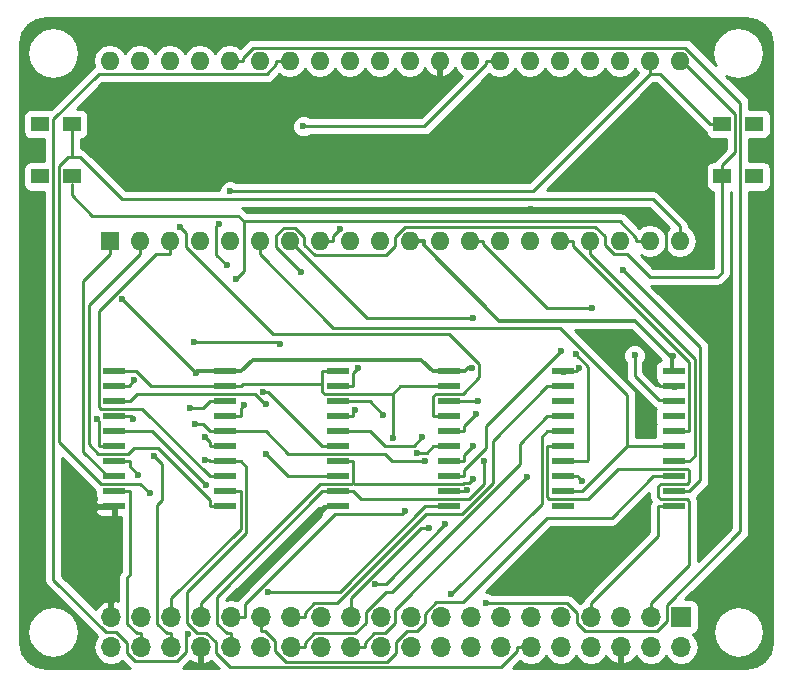
<source format=gbr>
G04 #@! TF.FileFunction,Copper,L1,Top,Signal*
%FSLAX46Y46*%
G04 Gerber Fmt 4.6, Leading zero omitted, Abs format (unit mm)*
G04 Created by KiCad (PCBNEW 4.0.7) date 03/01/18 16:16:53*
%MOMM*%
%LPD*%
G01*
G04 APERTURE LIST*
%ADD10C,0.100000*%
%ADD11R,1.600000X1.600000*%
%ADD12O,1.600000X1.600000*%
%ADD13R,1.700000X1.700000*%
%ADD14O,1.700000X1.700000*%
%ADD15R,1.950000X0.600000*%
%ADD16R,1.500000X1.300000*%
%ADD17C,0.600000*%
%ADD18C,0.350000*%
%ADD19C,0.250000*%
%ADD20C,0.254000*%
G04 APERTURE END LIST*
D10*
D11*
X101092000Y-81026000D03*
D12*
X149352000Y-65786000D03*
X103632000Y-81026000D03*
X146812000Y-65786000D03*
X106172000Y-81026000D03*
X144272000Y-65786000D03*
X108712000Y-81026000D03*
X141732000Y-65786000D03*
X111252000Y-81026000D03*
X139192000Y-65786000D03*
X113792000Y-81026000D03*
X136652000Y-65786000D03*
X116332000Y-81026000D03*
X134112000Y-65786000D03*
X118872000Y-81026000D03*
X131572000Y-65786000D03*
X121412000Y-81026000D03*
X129032000Y-65786000D03*
X123952000Y-81026000D03*
X126492000Y-65786000D03*
X126492000Y-81026000D03*
X123952000Y-65786000D03*
X129032000Y-81026000D03*
X121412000Y-65786000D03*
X131572000Y-81026000D03*
X118872000Y-65786000D03*
X134112000Y-81026000D03*
X116332000Y-65786000D03*
X136652000Y-81026000D03*
X113792000Y-65786000D03*
X139192000Y-81026000D03*
X111252000Y-65786000D03*
X141732000Y-81026000D03*
X108712000Y-65786000D03*
X144272000Y-81026000D03*
X106172000Y-65786000D03*
X146812000Y-81026000D03*
X103632000Y-65786000D03*
X149352000Y-81026000D03*
X101092000Y-65786000D03*
D13*
X149454000Y-112878000D03*
D14*
X149454000Y-115418000D03*
X146914000Y-112878000D03*
X146914000Y-115418000D03*
X144374000Y-112878000D03*
X144374000Y-115418000D03*
X141834000Y-112878000D03*
X141834000Y-115418000D03*
X139294000Y-112878000D03*
X139294000Y-115418000D03*
X136754000Y-112878000D03*
X136754000Y-115418000D03*
X134214000Y-112878000D03*
X134214000Y-115418000D03*
X131674000Y-112878000D03*
X131674000Y-115418000D03*
X129134000Y-112878000D03*
X129134000Y-115418000D03*
X126594000Y-112878000D03*
X126594000Y-115418000D03*
X124054000Y-112878000D03*
X124054000Y-115418000D03*
X121514000Y-112878000D03*
X121514000Y-115418000D03*
X118974000Y-112878000D03*
X118974000Y-115418000D03*
X116434000Y-112878000D03*
X116434000Y-115418000D03*
X113894000Y-112878000D03*
X113894000Y-115418000D03*
X111354000Y-112878000D03*
X111354000Y-115418000D03*
X108814000Y-112878000D03*
X108814000Y-115418000D03*
X106274000Y-112878000D03*
X106274000Y-115418000D03*
X103734000Y-112878000D03*
X103734000Y-115418000D03*
X101194000Y-112878000D03*
X101194000Y-115418000D03*
D15*
X139445000Y-92075000D03*
X139445000Y-93345000D03*
X139445000Y-94615000D03*
X139445000Y-95885000D03*
X139445000Y-97155000D03*
X139445000Y-98425000D03*
X139445000Y-99695000D03*
X139445000Y-100965000D03*
X139445000Y-102235000D03*
X139445000Y-103505000D03*
X148845000Y-103505000D03*
X148845000Y-102235000D03*
X148845000Y-100965000D03*
X148845000Y-99695000D03*
X148845000Y-98425000D03*
X148845000Y-97155000D03*
X148845000Y-95885000D03*
X148845000Y-94615000D03*
X148845000Y-93345000D03*
X148845000Y-92075000D03*
X101472000Y-92075000D03*
X101472000Y-93345000D03*
X101472000Y-94615000D03*
X101472000Y-95885000D03*
X101472000Y-97155000D03*
X101472000Y-98425000D03*
X101472000Y-99695000D03*
X101472000Y-100965000D03*
X101472000Y-102235000D03*
X101472000Y-103505000D03*
X110872000Y-103505000D03*
X110872000Y-102235000D03*
X110872000Y-100965000D03*
X110872000Y-99695000D03*
X110872000Y-98425000D03*
X110872000Y-97155000D03*
X110872000Y-95885000D03*
X110872000Y-94615000D03*
X110872000Y-93345000D03*
X110872000Y-92075000D03*
X120395000Y-92075000D03*
X120395000Y-93345000D03*
X120395000Y-94615000D03*
X120395000Y-95885000D03*
X120395000Y-97155000D03*
X120395000Y-98425000D03*
X120395000Y-99695000D03*
X120395000Y-100965000D03*
X120395000Y-102235000D03*
X120395000Y-103505000D03*
X129795000Y-103505000D03*
X129795000Y-102235000D03*
X129795000Y-100965000D03*
X129795000Y-99695000D03*
X129795000Y-98425000D03*
X129795000Y-97155000D03*
X129795000Y-95885000D03*
X129795000Y-94615000D03*
X129795000Y-93345000D03*
X129795000Y-92075000D03*
D16*
X97870000Y-75565000D03*
X95170000Y-75565000D03*
X97870000Y-71120000D03*
X95170000Y-71120000D03*
X152955000Y-75565000D03*
X155655000Y-75565000D03*
X152955000Y-71120000D03*
X155655000Y-71120000D03*
D17*
X108396300Y-92186800D03*
X102090800Y-85953700D03*
X131740300Y-91776900D03*
X148818200Y-90797300D03*
X141076200Y-101318000D03*
X152781000Y-91186000D03*
X151765000Y-85725000D03*
X151892000Y-82804000D03*
X136779000Y-78359000D03*
X141224000Y-88900000D03*
X140843000Y-91821000D03*
X139445000Y-103505000D03*
X139954000Y-105410000D03*
X139446000Y-108204000D03*
X118872000Y-104140000D03*
X115570000Y-107188000D03*
X146812000Y-92456000D03*
X127540200Y-97655300D03*
X124244500Y-95763800D03*
X123582000Y-110042800D03*
X129463500Y-105024500D03*
X127782200Y-99640900D03*
X108306000Y-96528900D03*
X109134400Y-99597400D03*
X109224600Y-101678200D03*
X114348400Y-94841400D03*
X125030300Y-97744700D03*
X131829000Y-98391300D03*
X132133500Y-95644200D03*
X108264800Y-89624300D03*
X115539900Y-89752800D03*
X128137800Y-105326300D03*
X131339100Y-102106700D03*
X132287000Y-94583900D03*
X136420700Y-101049200D03*
X132758600Y-99681900D03*
X131879100Y-101140500D03*
X107917800Y-95162800D03*
X104871100Y-99205400D03*
X103480300Y-100813700D03*
X109119000Y-97634700D03*
X145520300Y-90714000D03*
X112426100Y-94939000D03*
X144517700Y-83472200D03*
X140524800Y-90627600D03*
X131858400Y-87565600D03*
X117491200Y-71329000D03*
X120552200Y-80016600D03*
X122131900Y-91802400D03*
X121896100Y-95302600D03*
X114050700Y-93783800D03*
X141881500Y-86678100D03*
X114290200Y-99060000D03*
X110997200Y-83050800D03*
X110339600Y-79568900D03*
X114502700Y-110745300D03*
X107690400Y-114345900D03*
X139278900Y-90361100D03*
X127106700Y-99008500D03*
X132944000Y-111689500D03*
X107045500Y-79813900D03*
X103168400Y-92837500D03*
X103088400Y-96114000D03*
X99972100Y-96109800D03*
X111749300Y-84244100D03*
X104491700Y-102401900D03*
X117263800Y-83629700D03*
X111279700Y-76787200D03*
X95170000Y-75565000D03*
X95170000Y-71120000D03*
X155655000Y-75565000D03*
X155655000Y-71120000D03*
X129995900Y-110957200D03*
X126077500Y-103849400D03*
D18*
X108508100Y-92075000D02*
X108396300Y-92186800D01*
X110872000Y-92075000D02*
X108508100Y-92075000D01*
X102163200Y-85953700D02*
X102090800Y-85953700D01*
X108396300Y-92186800D02*
X102163200Y-85953700D01*
X126492000Y-81026000D02*
X127667300Y-81026000D01*
X110872000Y-92075000D02*
X112222300Y-92075000D01*
X127440900Y-91071200D02*
X128444700Y-92075000D01*
X113226100Y-91071200D02*
X127440900Y-91071200D01*
X112222300Y-92075000D02*
X113226100Y-91071200D01*
X129457500Y-92075000D02*
X128444700Y-92075000D01*
X129795000Y-92075000D02*
X129457500Y-92075000D01*
X127667300Y-81377700D02*
X127667300Y-81026000D01*
X134079800Y-87790200D02*
X127667300Y-81377700D01*
X145591100Y-87790200D02*
X134079800Y-87790200D01*
X129795000Y-92075000D02*
X131145300Y-92075000D01*
X131443400Y-91776900D02*
X131740300Y-91776900D01*
X131145300Y-92075000D02*
X131443400Y-91776900D01*
X148708200Y-90907300D02*
X145591100Y-87790200D01*
X148708200Y-90907300D02*
X148818200Y-90797300D01*
X148708200Y-91938200D02*
X148845000Y-92075000D01*
X148708200Y-90907300D02*
X148708200Y-91938200D01*
D19*
X150145400Y-108471300D02*
X146914000Y-111702700D01*
X150145400Y-103062100D02*
X150145400Y-108471300D01*
X146914000Y-112878000D02*
X146914000Y-111702700D01*
X149954700Y-101590400D02*
X147735200Y-101590400D01*
X150145400Y-101399700D02*
X149954700Y-101590400D01*
X150145400Y-100467800D02*
X150145400Y-101399700D01*
X147735200Y-101590400D02*
X147544700Y-101780900D01*
X147544700Y-101780900D02*
X147544700Y-102669800D01*
X149943600Y-102860300D02*
X150145400Y-103062100D01*
X147735200Y-102860300D02*
X149943600Y-102860300D01*
X147544700Y-102669800D02*
X147735200Y-102860300D01*
X141564900Y-102860300D02*
X144085600Y-100339600D01*
X138309800Y-102860300D02*
X141564900Y-102860300D01*
X138144700Y-102695200D02*
X138309800Y-102860300D01*
X138144700Y-98425000D02*
X138144700Y-102695200D01*
X139445000Y-98425000D02*
X138144700Y-98425000D01*
X150017200Y-100339600D02*
X150145400Y-100467800D01*
X144085600Y-100339600D02*
X150017200Y-100339600D01*
X140745300Y-100987100D02*
X141076200Y-101318000D01*
X140745300Y-100965000D02*
X140745300Y-100987100D01*
X139445000Y-100965000D02*
X140745300Y-100965000D01*
X152781000Y-86741000D02*
X152781000Y-91186000D01*
X151765000Y-85725000D02*
X152781000Y-86741000D01*
X151511000Y-83185000D02*
X151892000Y-82804000D01*
X148717000Y-83185000D02*
X151511000Y-83185000D01*
X148209000Y-82677000D02*
X148717000Y-83185000D01*
X148209000Y-80010000D02*
X148209000Y-82677000D01*
X146685000Y-78486000D02*
X148209000Y-80010000D01*
X136906000Y-78486000D02*
X146685000Y-78486000D01*
X136779000Y-78359000D02*
X136906000Y-78486000D01*
X139445000Y-92075000D02*
X140589000Y-92075000D01*
X140589000Y-92075000D02*
X140843000Y-91821000D01*
X139954000Y-107696000D02*
X139954000Y-105410000D01*
X139446000Y-108204000D02*
X139954000Y-107696000D01*
X120395000Y-103505000D02*
X119507000Y-103505000D01*
X119507000Y-103505000D02*
X118872000Y-104140000D01*
X120395000Y-103505000D02*
X119253000Y-103505000D01*
X119253000Y-103505000D02*
X115570000Y-107188000D01*
X148845000Y-93345000D02*
X147701000Y-93345000D01*
X147701000Y-93345000D02*
X146812000Y-92456000D01*
X147544700Y-105992000D02*
X141834000Y-111702700D01*
X147544700Y-103505000D02*
X147544700Y-105992000D01*
X148845000Y-103505000D02*
X147544700Y-103505000D01*
X141834000Y-112878000D02*
X141834000Y-111702700D01*
X126819700Y-98375800D02*
X127540200Y-97655300D01*
X124384700Y-98375800D02*
X126819700Y-98375800D01*
X123163900Y-97155000D02*
X124384700Y-98375800D01*
X120395000Y-97155000D02*
X123163900Y-97155000D01*
X123095700Y-94615000D02*
X124244500Y-95763800D01*
X120395000Y-94615000D02*
X123095700Y-94615000D01*
X124445200Y-110042800D02*
X129463500Y-105024500D01*
X123582000Y-110042800D02*
X124445200Y-110042800D01*
X110872000Y-97155000D02*
X112172300Y-97155000D01*
X108945600Y-96528900D02*
X109571700Y-97155000D01*
X108306000Y-96528900D02*
X108945600Y-96528900D01*
X110872000Y-97155000D02*
X109571700Y-97155000D01*
X124975200Y-99640900D02*
X127782200Y-99640900D01*
X124384700Y-99050400D02*
X124975200Y-99640900D01*
X116199700Y-99050400D02*
X124384700Y-99050400D01*
X114304300Y-97155000D02*
X116199700Y-99050400D01*
X112172300Y-97155000D02*
X114304300Y-97155000D01*
X135578700Y-115785300D02*
X135578700Y-115418000D01*
X134251200Y-117112800D02*
X135578700Y-115785300D01*
X111298800Y-117112800D02*
X134251200Y-117112800D01*
X110084000Y-115898000D02*
X111298800Y-117112800D01*
X110084000Y-115003800D02*
X110084000Y-115898000D01*
X109261600Y-114181400D02*
X110084000Y-115003800D01*
X108453200Y-114181400D02*
X109261600Y-114181400D01*
X107638600Y-113366800D02*
X108453200Y-114181400D01*
X107638600Y-110757000D02*
X107638600Y-113366800D01*
X112633800Y-105761800D02*
X107638600Y-110757000D01*
X112633800Y-100156500D02*
X112633800Y-105761800D01*
X112172300Y-99695000D02*
X112633800Y-100156500D01*
X136754000Y-115418000D02*
X135578700Y-115418000D01*
X110872000Y-99695000D02*
X112172300Y-99695000D01*
X109474100Y-99597400D02*
X109571700Y-99695000D01*
X109134400Y-99597400D02*
X109474100Y-99597400D01*
X110872000Y-99695000D02*
X109571700Y-99695000D01*
X104701400Y-97155000D02*
X102772300Y-97155000D01*
X109224600Y-101678200D02*
X104701400Y-97155000D01*
X101472000Y-97155000D02*
X102772300Y-97155000D01*
X101472000Y-94615000D02*
X102772300Y-94615000D01*
X114224000Y-94841400D02*
X114348400Y-94841400D01*
X113362600Y-93980000D02*
X114224000Y-94841400D01*
X103407300Y-93980000D02*
X113362600Y-93980000D01*
X102772300Y-94615000D02*
X103407300Y-93980000D01*
X110872000Y-93345000D02*
X109571700Y-93345000D01*
X101472000Y-92075000D02*
X102772300Y-92075000D01*
X103290300Y-92075000D02*
X102772300Y-92075000D01*
X104560300Y-93345000D02*
X103290300Y-92075000D01*
X109571700Y-93345000D02*
X104560300Y-93345000D01*
X129795000Y-93345000D02*
X128494700Y-93345000D01*
X120395000Y-92075000D02*
X119094700Y-92075000D01*
X119094700Y-93158400D02*
X119094700Y-92075000D01*
X112358900Y-93158400D02*
X112172300Y-93345000D01*
X119094700Y-93158400D02*
X112358900Y-93158400D01*
X110872000Y-93345000D02*
X112172300Y-93345000D01*
X125030300Y-93989600D02*
X125030300Y-97744700D01*
X125674900Y-93345000D02*
X125030300Y-93989600D01*
X128494700Y-93345000D02*
X125674900Y-93345000D01*
X119094700Y-93793200D02*
X119094700Y-93158400D01*
X119291100Y-93989600D02*
X119094700Y-93793200D01*
X125030300Y-93989600D02*
X119291100Y-93989600D01*
X131095300Y-99125000D02*
X131829000Y-98391300D01*
X131095300Y-99695000D02*
X131095300Y-99125000D01*
X129795000Y-99695000D02*
X131095300Y-99695000D01*
X131095300Y-96682400D02*
X132133500Y-95644200D01*
X131095300Y-97155000D02*
X131095300Y-96682400D01*
X129795000Y-97155000D02*
X131095300Y-97155000D01*
X115411400Y-89624300D02*
X115539900Y-89752800D01*
X108264800Y-89624300D02*
X115411400Y-89624300D01*
X121514000Y-112878000D02*
X121514000Y-111702700D01*
X121514000Y-111226500D02*
X121514000Y-111702700D01*
X127414200Y-105326300D02*
X121514000Y-111226500D01*
X128137800Y-105326300D02*
X127414200Y-105326300D01*
X131223600Y-102106700D02*
X131339100Y-102106700D01*
X131095300Y-102235000D02*
X131223600Y-102106700D01*
X129795000Y-102235000D02*
X131095300Y-102235000D01*
X132255900Y-94615000D02*
X132287000Y-94583900D01*
X129795000Y-94615000D02*
X132255900Y-94615000D01*
X121514000Y-115418000D02*
X122689300Y-115418000D01*
X125229400Y-112240500D02*
X136420700Y-101049200D01*
X125229400Y-113367400D02*
X125229400Y-112240500D01*
X124354100Y-114242700D02*
X125229400Y-113367400D01*
X123497200Y-114242700D02*
X124354100Y-114242700D01*
X122689300Y-115050600D02*
X123497200Y-114242700D01*
X122689300Y-115418000D02*
X122689300Y-115050600D01*
X117609300Y-112510600D02*
X117609300Y-112878000D01*
X118417200Y-111702700D02*
X117609300Y-112510600D01*
X120331400Y-111702700D02*
X118417200Y-111702700D01*
X127868000Y-104166100D02*
X120331400Y-111702700D01*
X130912200Y-104166100D02*
X127868000Y-104166100D01*
X133547900Y-101530400D02*
X130912200Y-104166100D01*
X133547900Y-97941800D02*
X133547900Y-101530400D01*
X138144700Y-93345000D02*
X133547900Y-97941800D01*
X139445000Y-93345000D02*
X138144700Y-93345000D01*
X116434000Y-112878000D02*
X117609300Y-112878000D01*
X117609300Y-115050600D02*
X117609300Y-115418000D01*
X118417200Y-114242700D02*
X117609300Y-115050600D01*
X121863300Y-114242700D02*
X118417200Y-114242700D01*
X122750600Y-113355400D02*
X121863300Y-114242700D01*
X122750600Y-112458000D02*
X122750600Y-113355400D01*
X124462400Y-110746200D02*
X122750600Y-112458000D01*
X124992800Y-110746200D02*
X124462400Y-110746200D01*
X135795300Y-99943700D02*
X124992800Y-110746200D01*
X135795300Y-98234400D02*
X135795300Y-99943700D01*
X138144700Y-95885000D02*
X135795300Y-98234400D01*
X139445000Y-95885000D02*
X138144700Y-95885000D01*
X116434000Y-115418000D02*
X117609300Y-115418000D01*
X114261400Y-114053300D02*
X113894000Y-114053300D01*
X115069300Y-114861200D02*
X114261400Y-114053300D01*
X115069300Y-115741400D02*
X115069300Y-114861200D01*
X115990300Y-116662400D02*
X115069300Y-115741400D01*
X124568300Y-116662400D02*
X115990300Y-116662400D01*
X125324000Y-115906700D02*
X124568300Y-116662400D01*
X125324000Y-115023700D02*
X125324000Y-115906700D01*
X126294300Y-114053400D02*
X125324000Y-115023700D01*
X127083400Y-114053400D02*
X126294300Y-114053400D01*
X127769400Y-113367400D02*
X127083400Y-114053400D01*
X127769400Y-112573900D02*
X127769400Y-113367400D01*
X128742000Y-111601300D02*
X127769400Y-112573900D01*
X130987700Y-111601300D02*
X128742000Y-111601300D01*
X138140000Y-104449000D02*
X130987700Y-111601300D01*
X143601300Y-104449000D02*
X138140000Y-104449000D01*
X147085300Y-100965000D02*
X143601300Y-104449000D01*
X113894000Y-112878000D02*
X113894000Y-114053300D01*
X148845000Y-100965000D02*
X147085300Y-100965000D01*
X110986600Y-114242700D02*
X111354000Y-114242700D01*
X110178700Y-113434800D02*
X110986600Y-114242700D01*
X110178700Y-111151000D02*
X110178700Y-113434800D01*
X119094700Y-102235000D02*
X110178700Y-111151000D01*
X111354000Y-115418000D02*
X111354000Y-114242700D01*
X119744900Y-102235000D02*
X119094700Y-102235000D01*
X119744900Y-102235000D02*
X120395000Y-102235000D01*
X120395000Y-102235000D02*
X121695300Y-102235000D01*
X132758600Y-101571600D02*
X132758600Y-99681900D01*
X131469800Y-102860400D02*
X132758600Y-101571600D01*
X122320700Y-102860400D02*
X131469800Y-102860400D01*
X121695300Y-102235000D02*
X122320700Y-102860400D01*
X120395000Y-99695000D02*
X121695300Y-99695000D01*
X108814000Y-112878000D02*
X108814000Y-111702700D01*
X121695300Y-99695000D02*
X121695300Y-101474800D01*
X118926300Y-101590400D02*
X108814000Y-111702700D01*
X121579700Y-101590400D02*
X118926300Y-101590400D01*
X121695300Y-101474800D02*
X121579700Y-101590400D01*
X121810900Y-101590400D02*
X121695300Y-101474800D01*
X130971100Y-101590400D02*
X121810900Y-101590400D01*
X131080100Y-101481400D02*
X130971100Y-101590400D01*
X131538200Y-101481400D02*
X131080100Y-101481400D01*
X131879100Y-101140500D02*
X131538200Y-101481400D01*
X112172300Y-105396600D02*
X112172300Y-102235000D01*
X106274000Y-111294900D02*
X112172300Y-105396600D01*
X106274000Y-112878000D02*
X106274000Y-111294900D01*
X110872000Y-102235000D02*
X112172300Y-102235000D01*
X110872000Y-94615000D02*
X109571700Y-94615000D01*
X106274000Y-115418000D02*
X106274000Y-114242700D01*
X105535600Y-99869900D02*
X104871100Y-99205400D01*
X105535600Y-102963900D02*
X105535600Y-99869900D01*
X105098700Y-103400800D02*
X105535600Y-102963900D01*
X105098700Y-113434800D02*
X105098700Y-103400800D01*
X105906600Y-114242700D02*
X105098700Y-113434800D01*
X106274000Y-114242700D02*
X105906600Y-114242700D01*
X109023900Y-95162800D02*
X107917800Y-95162800D01*
X109571700Y-94615000D02*
X109023900Y-95162800D01*
X102772300Y-109285400D02*
X102772300Y-102235000D01*
X102547800Y-109509900D02*
X102772300Y-109285400D01*
X102547800Y-113423800D02*
X102547800Y-109509900D01*
X103366700Y-114242700D02*
X102547800Y-113423800D01*
X103734000Y-114242700D02*
X103366700Y-114242700D01*
X103734000Y-115418000D02*
X103734000Y-114242700D01*
X101472000Y-102235000D02*
X102772300Y-102235000D01*
X102772300Y-100105700D02*
X102772300Y-99695000D01*
X103480300Y-100813700D02*
X102772300Y-100105700D01*
X101472000Y-99695000D02*
X102772300Y-99695000D01*
X98851700Y-84391600D02*
X101092000Y-82151300D01*
X98851700Y-98860100D02*
X98851700Y-84391600D01*
X100956600Y-100965000D02*
X98851700Y-98860100D01*
X101472000Y-100965000D02*
X100956600Y-100965000D01*
X101092000Y-81026000D02*
X101092000Y-82151300D01*
X110872000Y-103505000D02*
X109571700Y-103505000D01*
X103632000Y-81026000D02*
X103632000Y-82151300D01*
X99313700Y-86469600D02*
X103632000Y-82151300D01*
X99313700Y-98235500D02*
X99313700Y-86469600D01*
X100128600Y-99050400D02*
X99313700Y-98235500D01*
X102654000Y-99050400D02*
X100128600Y-99050400D01*
X103126400Y-98578000D02*
X102654000Y-99050400D01*
X105156800Y-98578000D02*
X103126400Y-98578000D01*
X109571700Y-102992900D02*
X105156800Y-98578000D01*
X109571700Y-103505000D02*
X109571700Y-102992900D01*
X110872000Y-100965000D02*
X109571700Y-100965000D01*
X106172000Y-81026000D02*
X106172000Y-82151300D01*
X103854700Y-95248000D02*
X109571700Y-100965000D01*
X100332200Y-95248000D02*
X103854700Y-95248000D01*
X100167600Y-95083400D02*
X100332200Y-95248000D01*
X100167600Y-86992600D02*
X100167600Y-95083400D01*
X105008900Y-82151300D02*
X100167600Y-86992600D01*
X106172000Y-82151300D02*
X105008900Y-82151300D01*
X109571700Y-98087400D02*
X109119000Y-97634700D01*
X109571700Y-98425000D02*
X109571700Y-98087400D01*
X110872000Y-98425000D02*
X109571700Y-98425000D01*
X147320000Y-94234000D02*
X147574000Y-94488000D01*
X145520300Y-92434300D02*
X147320000Y-94234000D01*
X147574000Y-94488000D02*
X148718000Y-94488000D01*
X148718000Y-94488000D02*
X148845000Y-94615000D01*
X145520300Y-90714000D02*
X145520300Y-92434300D01*
X110872000Y-95885000D02*
X112172300Y-95885000D01*
X112172300Y-95192800D02*
X112426100Y-94939000D01*
X112172300Y-95885000D02*
X112172300Y-95192800D01*
X151081800Y-101298500D02*
X151081800Y-90036300D01*
X150145300Y-102235000D02*
X151081800Y-101298500D01*
X148845000Y-102235000D02*
X150145300Y-102235000D01*
X151081800Y-90036300D02*
X144517700Y-83472200D01*
X113792000Y-81026000D02*
X113792000Y-82151300D01*
X120029700Y-88389000D02*
X113792000Y-82151300D01*
X139211200Y-88389000D02*
X120029700Y-88389000D01*
X144906800Y-94084600D02*
X139211200Y-88389000D01*
X144906800Y-98425000D02*
X144906800Y-94084600D01*
X141096800Y-102235000D02*
X144906800Y-98425000D01*
X139445000Y-102235000D02*
X141096800Y-102235000D01*
X144906800Y-98425000D02*
X147544700Y-98425000D01*
X148845000Y-98425000D02*
X147544700Y-98425000D01*
X139445000Y-99695000D02*
X141478000Y-99695000D01*
X141478000Y-99695000D02*
X141605000Y-99568000D01*
X141605000Y-99568000D02*
X141605000Y-99441000D01*
X140524800Y-90627600D02*
X140538600Y-90627600D01*
X141605000Y-91694000D02*
X141605000Y-99441000D01*
X141605000Y-99441000D02*
X141605000Y-99568000D01*
X140538600Y-90627600D02*
X141605000Y-91694000D01*
X140745300Y-90848100D02*
X140524800Y-90627600D01*
X122871600Y-87565600D02*
X116332000Y-81026000D01*
X131858400Y-87565600D02*
X122871600Y-87565600D01*
X132986700Y-66067300D02*
X132986700Y-65786000D01*
X127725000Y-71329000D02*
X132986700Y-66067300D01*
X117491200Y-71329000D02*
X127725000Y-71329000D01*
X134112000Y-65786000D02*
X132986700Y-65786000D01*
X119997300Y-80571500D02*
X119997300Y-81026000D01*
X120552200Y-80016600D02*
X119997300Y-80571500D01*
X118872000Y-81026000D02*
X119997300Y-81026000D01*
X121695300Y-92239000D02*
X122131900Y-91802400D01*
X121695300Y-93345000D02*
X121695300Y-92239000D01*
X120395000Y-93345000D02*
X121695300Y-93345000D01*
X121695300Y-95503400D02*
X121896100Y-95302600D01*
X121695300Y-95885000D02*
X121695300Y-95503400D01*
X120395000Y-95885000D02*
X121695300Y-95885000D01*
X114453500Y-93783800D02*
X119094700Y-98425000D01*
X114050700Y-93783800D02*
X114453500Y-93783800D01*
X120395000Y-98425000D02*
X119094700Y-98425000D01*
X132697300Y-81307300D02*
X132697300Y-81026000D01*
X138068100Y-86678100D02*
X132697300Y-81307300D01*
X141881500Y-86678100D02*
X138068100Y-86678100D01*
X131572000Y-81026000D02*
X132697300Y-81026000D01*
X116195200Y-100965000D02*
X114290200Y-99060000D01*
X120395000Y-100965000D02*
X116195200Y-100965000D01*
X110126600Y-79781900D02*
X110339600Y-79568900D01*
X110126600Y-82180200D02*
X110126600Y-79781900D01*
X110997200Y-83050800D02*
X110126600Y-82180200D01*
X115206700Y-66067400D02*
X115206700Y-65786000D01*
X114362800Y-66911300D02*
X115206700Y-66067400D01*
X100148500Y-66911300D02*
X114362800Y-66911300D01*
X96325000Y-70734800D02*
X100148500Y-66911300D01*
X96325000Y-109737300D02*
X96325000Y-70734800D01*
X100735700Y-114148000D02*
X96325000Y-109737300D01*
X101588200Y-114148000D02*
X100735700Y-114148000D01*
X102541300Y-115101100D02*
X101588200Y-114148000D01*
X102541300Y-115897700D02*
X102541300Y-115101100D01*
X103268300Y-116624700D02*
X102541300Y-115897700D01*
X106765900Y-116624700D02*
X103268300Y-116624700D01*
X107544000Y-115846600D02*
X106765900Y-116624700D01*
X107544000Y-114492300D02*
X107544000Y-115846600D01*
X107690400Y-114345900D02*
X107544000Y-114492300D01*
X116332000Y-65786000D02*
X115206700Y-65786000D01*
X120560700Y-110745300D02*
X114502700Y-110745300D01*
X127801000Y-103505000D02*
X120560700Y-110745300D01*
X129795000Y-103505000D02*
X127801000Y-103505000D01*
X132912400Y-96727600D02*
X139278900Y-90361100D01*
X132912400Y-98563300D02*
X132912400Y-96727600D01*
X131095300Y-100380400D02*
X132912400Y-98563300D01*
X131095300Y-100965000D02*
X131095300Y-100380400D01*
X129795000Y-100965000D02*
X131095300Y-100965000D01*
X148845000Y-97155000D02*
X150145300Y-97155000D01*
X150145300Y-97155000D02*
X150145300Y-91240000D01*
X150145300Y-91240000D02*
X140317300Y-81412000D01*
X139192000Y-81026000D02*
X140317300Y-81026000D01*
X140317300Y-81412000D02*
X140317300Y-81026000D01*
X127911200Y-99008500D02*
X127106700Y-99008500D01*
X128494700Y-98425000D02*
X127911200Y-99008500D01*
X111252000Y-65786000D02*
X112377300Y-65786000D01*
X129795000Y-98425000D02*
X128494700Y-98425000D01*
X139816800Y-111689500D02*
X132944000Y-111689500D01*
X140658600Y-112531300D02*
X139816800Y-111689500D01*
X140658600Y-113411900D02*
X140658600Y-112531300D01*
X141302700Y-114056000D02*
X140658600Y-113411900D01*
X147400800Y-114056000D02*
X141302700Y-114056000D01*
X148278600Y-113178200D02*
X147400800Y-114056000D01*
X148278600Y-111827900D02*
X148278600Y-113178200D01*
X154480800Y-105625700D02*
X148278600Y-111827900D01*
X154480800Y-69316200D02*
X154480800Y-105625700D01*
X149825300Y-64660700D02*
X154480800Y-69316200D01*
X113221200Y-64660700D02*
X149825300Y-64660700D01*
X112377300Y-65504600D02*
X113221200Y-64660700D01*
X112377300Y-65786000D02*
X112377300Y-65504600D01*
X148845000Y-99695000D02*
X150145300Y-99695000D01*
X150145300Y-99695000D02*
X150631400Y-99208900D01*
X150631400Y-91050700D02*
X141732000Y-82151300D01*
X150631400Y-99208900D02*
X150631400Y-91050700D01*
X141732000Y-81026000D02*
X141732000Y-82151300D01*
X107586600Y-80355000D02*
X107045500Y-79813900D01*
X107586600Y-81526700D02*
X107586600Y-80355000D01*
X114953700Y-88893800D02*
X107586600Y-81526700D01*
X129788200Y-88893800D02*
X114953700Y-88893800D01*
X132365700Y-91471300D02*
X129788200Y-88893800D01*
X132365700Y-92568400D02*
X132365700Y-91471300D01*
X130963800Y-93970300D02*
X132365700Y-92568400D01*
X128704600Y-93970300D02*
X130963800Y-93970300D01*
X128494700Y-94180200D02*
X128704600Y-93970300D01*
X128494700Y-95885000D02*
X128494700Y-94180200D01*
X129795000Y-95885000D02*
X128494700Y-95885000D01*
X102772300Y-93233600D02*
X103168400Y-92837500D01*
X102772300Y-93345000D02*
X102772300Y-93233600D01*
X101472000Y-93345000D02*
X102772300Y-93345000D01*
X102859400Y-95885000D02*
X103088400Y-96114000D01*
X101472000Y-95885000D02*
X102859400Y-95885000D01*
X100171700Y-96309400D02*
X99972100Y-96109800D01*
X100171700Y-98425000D02*
X100171700Y-96309400D01*
X101472000Y-98425000D02*
X100171700Y-98425000D01*
X97870000Y-76200000D02*
X97870000Y-77175300D01*
X146812000Y-81026000D02*
X145686700Y-81026000D01*
X144308900Y-79366900D02*
X112425400Y-79366900D01*
X145686700Y-80744700D02*
X144308900Y-79366900D01*
X145686700Y-81026000D02*
X145686700Y-80744700D01*
X111966100Y-78907600D02*
X112425400Y-79366900D01*
X99602300Y-78907600D02*
X111966100Y-78907600D01*
X97870000Y-77175300D02*
X99602300Y-78907600D01*
X112425400Y-83568000D02*
X111749300Y-84244100D01*
X112425400Y-79366900D02*
X112425400Y-83568000D01*
X97870000Y-72095300D02*
X97870000Y-73914000D01*
X97870000Y-71120000D02*
X97870000Y-72095300D01*
X97870000Y-73914000D02*
X97917000Y-73914000D01*
X96794600Y-75438000D02*
X96794600Y-74655400D01*
X98570300Y-73914000D02*
X99267500Y-74611200D01*
X97536000Y-73914000D02*
X97917000Y-73914000D01*
X97917000Y-73914000D02*
X98570300Y-73914000D01*
X96794600Y-74655400D02*
X97536000Y-73914000D01*
X144946200Y-77464200D02*
X147060200Y-77464200D01*
X144946200Y-77464200D02*
X102120500Y-77464200D01*
X102120500Y-77464200D02*
X99267500Y-74611200D01*
X147060200Y-77464200D02*
X149352000Y-79756000D01*
X149352000Y-79756000D02*
X149352000Y-81026000D01*
X103680200Y-101590400D02*
X104491700Y-102401900D01*
X100327300Y-101590400D02*
X103680200Y-101590400D01*
X96794600Y-98057700D02*
X100327300Y-101590400D01*
X96794600Y-75384000D02*
X96794600Y-75438000D01*
X96794600Y-75438000D02*
X96794600Y-98057700D01*
X152527000Y-84074000D02*
X152898450Y-83702550D01*
X152908000Y-83566000D02*
X152898450Y-83566000D01*
X152898450Y-83575550D02*
X152908000Y-83566000D01*
X152898450Y-83702550D02*
X152898450Y-83575550D01*
X152898450Y-79111450D02*
X152898450Y-83566000D01*
X152955000Y-79054900D02*
X152898450Y-79111450D01*
X152955000Y-75565000D02*
X152955000Y-79054900D01*
X146812000Y-84074000D02*
X144889400Y-82151400D01*
X152527000Y-84074000D02*
X146812000Y-84074000D01*
X149511900Y-65786000D02*
X149352000Y-65786000D01*
X154030400Y-70304500D02*
X149511900Y-65786000D01*
X154030400Y-73514300D02*
X154030400Y-70304500D01*
X152955000Y-74589700D02*
X154030400Y-73514300D01*
X152955000Y-75565000D02*
X152955000Y-74589700D01*
X115206700Y-81572600D02*
X117263800Y-83629700D01*
X115206700Y-80559800D02*
X115206700Y-81572600D01*
X115865800Y-79900700D02*
X115206700Y-80559800D01*
X116798200Y-79900700D02*
X115865800Y-79900700D01*
X117576300Y-80678800D02*
X116798200Y-79900700D01*
X117576300Y-81343100D02*
X117576300Y-80678800D01*
X118430300Y-82197100D02*
X117576300Y-81343100D01*
X124439600Y-82197100D02*
X118430300Y-82197100D01*
X125222000Y-81414700D02*
X124439600Y-82197100D01*
X125222000Y-80702300D02*
X125222000Y-81414700D01*
X126070900Y-79853400D02*
X125222000Y-80702300D01*
X142208700Y-79853400D02*
X126070900Y-79853400D01*
X143002000Y-80646700D02*
X142208700Y-79853400D01*
X143002000Y-81393000D02*
X143002000Y-80646700D01*
X143760400Y-82151400D02*
X143002000Y-81393000D01*
X144889400Y-82151400D02*
X143760400Y-82151400D01*
X152955000Y-71120000D02*
X151879700Y-71120000D01*
X146812000Y-65786000D02*
X146812000Y-66798700D01*
X147671000Y-66911300D02*
X151879700Y-71120000D01*
X146812000Y-66911300D02*
X147671000Y-66911300D01*
X146812000Y-66798700D02*
X146812000Y-66911300D01*
X136936100Y-76787200D02*
X111279700Y-76787200D01*
X146812000Y-66911300D02*
X136936100Y-76787200D01*
X137694300Y-103258800D02*
X129995900Y-110957200D01*
X137694300Y-97605400D02*
X137694300Y-103258800D01*
X138144700Y-97155000D02*
X137694300Y-97605400D01*
X112529300Y-111776200D02*
X112529300Y-112878000D01*
X120175100Y-104130400D02*
X112529300Y-111776200D01*
X125796500Y-104130400D02*
X120175100Y-104130400D01*
X126077500Y-103849400D02*
X125796500Y-104130400D01*
X111354000Y-112878000D02*
X112529300Y-112878000D01*
X139445000Y-97155000D02*
X138144700Y-97155000D01*
D20*
G36*
X155833790Y-62298686D02*
X156505375Y-62747425D01*
X156954113Y-63419009D01*
X157125600Y-64281131D01*
X157125600Y-115043314D01*
X156954113Y-115905436D01*
X156505375Y-116577020D01*
X155833790Y-117025759D01*
X154973906Y-117196800D01*
X135242002Y-117196800D01*
X135846443Y-116592360D01*
X136185715Y-116819054D01*
X136754000Y-116932093D01*
X137322285Y-116819054D01*
X137804054Y-116497147D01*
X138024000Y-116167974D01*
X138243946Y-116497147D01*
X138725715Y-116819054D01*
X139294000Y-116932093D01*
X139862285Y-116819054D01*
X140344054Y-116497147D01*
X140564000Y-116167974D01*
X140783946Y-116497147D01*
X141265715Y-116819054D01*
X141834000Y-116932093D01*
X142402285Y-116819054D01*
X142884054Y-116497147D01*
X143111702Y-116156447D01*
X143178817Y-116299358D01*
X143607076Y-116689645D01*
X144017110Y-116859476D01*
X144247000Y-116738155D01*
X144247000Y-115545000D01*
X144227000Y-115545000D01*
X144227000Y-115291000D01*
X144247000Y-115291000D01*
X144247000Y-115271000D01*
X144501000Y-115271000D01*
X144501000Y-115291000D01*
X144521000Y-115291000D01*
X144521000Y-115545000D01*
X144501000Y-115545000D01*
X144501000Y-116738155D01*
X144730890Y-116859476D01*
X145140924Y-116689645D01*
X145569183Y-116299358D01*
X145636298Y-116156447D01*
X145863946Y-116497147D01*
X146345715Y-116819054D01*
X146914000Y-116932093D01*
X147482285Y-116819054D01*
X147964054Y-116497147D01*
X148184000Y-116167974D01*
X148403946Y-116497147D01*
X148885715Y-116819054D01*
X149454000Y-116932093D01*
X150022285Y-116819054D01*
X150504054Y-116497147D01*
X150825961Y-116015378D01*
X150939000Y-115447093D01*
X150939000Y-115388907D01*
X150825961Y-114820622D01*
X150504054Y-114338853D01*
X150502821Y-114338029D01*
X150539317Y-114331162D01*
X150755441Y-114192090D01*
X150785839Y-114147600D01*
X152126567Y-114147600D01*
X152293550Y-114987082D01*
X152769079Y-115698761D01*
X153480758Y-116174290D01*
X154320240Y-116341273D01*
X155159722Y-116174290D01*
X155871401Y-115698761D01*
X156346930Y-114987082D01*
X156513913Y-114147600D01*
X156346930Y-113308118D01*
X155871401Y-112596439D01*
X155159722Y-112120910D01*
X154320240Y-111953927D01*
X153480758Y-112120910D01*
X152769079Y-112596439D01*
X152293550Y-113308118D01*
X152126567Y-114147600D01*
X150785839Y-114147600D01*
X150900431Y-113979890D01*
X150951440Y-113728000D01*
X150951440Y-112028000D01*
X150907162Y-111792683D01*
X150768090Y-111576559D01*
X150555890Y-111431569D01*
X150304000Y-111380560D01*
X149800742Y-111380560D01*
X155018201Y-106163101D01*
X155182948Y-105916540D01*
X155240800Y-105625700D01*
X155240800Y-76862440D01*
X156405000Y-76862440D01*
X156640317Y-76818162D01*
X156856441Y-76679090D01*
X157001431Y-76466890D01*
X157052440Y-76215000D01*
X157052440Y-74915000D01*
X157008162Y-74679683D01*
X156869090Y-74463559D01*
X156656890Y-74318569D01*
X156405000Y-74267560D01*
X155240800Y-74267560D01*
X155240800Y-72417440D01*
X156405000Y-72417440D01*
X156640317Y-72373162D01*
X156856441Y-72234090D01*
X157001431Y-72021890D01*
X157052440Y-71770000D01*
X157052440Y-70470000D01*
X157008162Y-70234683D01*
X156869090Y-70018559D01*
X156656890Y-69873569D01*
X156405000Y-69822560D01*
X155240800Y-69822560D01*
X155240800Y-69316200D01*
X155182948Y-69025361D01*
X155182948Y-69025360D01*
X155018201Y-68778799D01*
X153294669Y-67055267D01*
X153470285Y-67172610D01*
X154309767Y-67339593D01*
X155149249Y-67172610D01*
X155860928Y-66697081D01*
X156336457Y-65985402D01*
X156503440Y-65145920D01*
X156336457Y-64306438D01*
X155860928Y-63594759D01*
X155149249Y-63119230D01*
X154309767Y-62952247D01*
X153470285Y-63119230D01*
X152758606Y-63594759D01*
X152283077Y-64306438D01*
X152116094Y-65145920D01*
X152283077Y-65985402D01*
X152400420Y-66161018D01*
X150362701Y-64123299D01*
X150116139Y-63958552D01*
X149825300Y-63900700D01*
X113221200Y-63900700D01*
X112930361Y-63958552D01*
X112683799Y-64123299D01*
X112145135Y-64661963D01*
X111801151Y-64432120D01*
X111252000Y-64322887D01*
X110702849Y-64432120D01*
X110237302Y-64743189D01*
X109982000Y-65125275D01*
X109726698Y-64743189D01*
X109261151Y-64432120D01*
X108712000Y-64322887D01*
X108162849Y-64432120D01*
X107697302Y-64743189D01*
X107442000Y-65125275D01*
X107186698Y-64743189D01*
X106721151Y-64432120D01*
X106172000Y-64322887D01*
X105622849Y-64432120D01*
X105157302Y-64743189D01*
X104902000Y-65125275D01*
X104646698Y-64743189D01*
X104181151Y-64432120D01*
X103632000Y-64322887D01*
X103082849Y-64432120D01*
X102617302Y-64743189D01*
X102362000Y-65125275D01*
X102106698Y-64743189D01*
X101641151Y-64432120D01*
X101092000Y-64322887D01*
X100542849Y-64432120D01*
X100077302Y-64743189D01*
X99766233Y-65208736D01*
X99657000Y-65757887D01*
X99657000Y-65814113D01*
X99749901Y-66281155D01*
X99611099Y-66373899D01*
X96121611Y-69863387D01*
X95920000Y-69822560D01*
X94420000Y-69822560D01*
X94184683Y-69866838D01*
X93968559Y-70005910D01*
X93823569Y-70218110D01*
X93772560Y-70470000D01*
X93772560Y-71770000D01*
X93816838Y-72005317D01*
X93955910Y-72221441D01*
X94168110Y-72366431D01*
X94420000Y-72417440D01*
X95565000Y-72417440D01*
X95565000Y-74267560D01*
X94420000Y-74267560D01*
X94184683Y-74311838D01*
X93968559Y-74450910D01*
X93823569Y-74663110D01*
X93772560Y-74915000D01*
X93772560Y-76215000D01*
X93816838Y-76450317D01*
X93955910Y-76666441D01*
X94168110Y-76811431D01*
X94420000Y-76862440D01*
X95565000Y-76862440D01*
X95565000Y-109737300D01*
X95622852Y-110028139D01*
X95787599Y-110274701D01*
X100026909Y-114514011D01*
X99822039Y-114820622D01*
X99709000Y-115388907D01*
X99709000Y-115447093D01*
X99822039Y-116015378D01*
X100143946Y-116497147D01*
X100625715Y-116819054D01*
X101194000Y-116932093D01*
X101762285Y-116819054D01*
X102137285Y-116568487D01*
X102730899Y-117162101D01*
X102782830Y-117196800D01*
X95679686Y-117196800D01*
X94812964Y-117024398D01*
X94141380Y-116575660D01*
X93692641Y-115904075D01*
X93521600Y-115044191D01*
X93521600Y-114147913D01*
X94118047Y-114147913D01*
X94285030Y-114987395D01*
X94760559Y-115699074D01*
X95472238Y-116174603D01*
X96311720Y-116341586D01*
X97151202Y-116174603D01*
X97862881Y-115699074D01*
X98338410Y-114987395D01*
X98505393Y-114147913D01*
X98338410Y-113308431D01*
X97862881Y-112596752D01*
X97151202Y-112121223D01*
X96311720Y-111954240D01*
X95472238Y-112121223D01*
X94760559Y-112596752D01*
X94285030Y-113308431D01*
X94118047Y-114147913D01*
X93521600Y-114147913D01*
X93521600Y-65145920D01*
X94122814Y-65145920D01*
X94289797Y-65985402D01*
X94765326Y-66697081D01*
X95477005Y-67172610D01*
X96316487Y-67339593D01*
X97155969Y-67172610D01*
X97867648Y-66697081D01*
X98343177Y-65985402D01*
X98510160Y-65145920D01*
X98343177Y-64306438D01*
X97867648Y-63594759D01*
X97155969Y-63119230D01*
X96316487Y-62952247D01*
X95477005Y-63119230D01*
X94765326Y-63594759D01*
X94289797Y-64306438D01*
X94122814Y-65145920D01*
X93521600Y-65145920D01*
X93521600Y-64281131D01*
X93693086Y-63419010D01*
X94141825Y-62747425D01*
X94813409Y-62298687D01*
X95675531Y-62127200D01*
X154971669Y-62127200D01*
X155833790Y-62298686D01*
X155833790Y-62298686D01*
G37*
X155833790Y-62298686D02*
X156505375Y-62747425D01*
X156954113Y-63419009D01*
X157125600Y-64281131D01*
X157125600Y-115043314D01*
X156954113Y-115905436D01*
X156505375Y-116577020D01*
X155833790Y-117025759D01*
X154973906Y-117196800D01*
X135242002Y-117196800D01*
X135846443Y-116592360D01*
X136185715Y-116819054D01*
X136754000Y-116932093D01*
X137322285Y-116819054D01*
X137804054Y-116497147D01*
X138024000Y-116167974D01*
X138243946Y-116497147D01*
X138725715Y-116819054D01*
X139294000Y-116932093D01*
X139862285Y-116819054D01*
X140344054Y-116497147D01*
X140564000Y-116167974D01*
X140783946Y-116497147D01*
X141265715Y-116819054D01*
X141834000Y-116932093D01*
X142402285Y-116819054D01*
X142884054Y-116497147D01*
X143111702Y-116156447D01*
X143178817Y-116299358D01*
X143607076Y-116689645D01*
X144017110Y-116859476D01*
X144247000Y-116738155D01*
X144247000Y-115545000D01*
X144227000Y-115545000D01*
X144227000Y-115291000D01*
X144247000Y-115291000D01*
X144247000Y-115271000D01*
X144501000Y-115271000D01*
X144501000Y-115291000D01*
X144521000Y-115291000D01*
X144521000Y-115545000D01*
X144501000Y-115545000D01*
X144501000Y-116738155D01*
X144730890Y-116859476D01*
X145140924Y-116689645D01*
X145569183Y-116299358D01*
X145636298Y-116156447D01*
X145863946Y-116497147D01*
X146345715Y-116819054D01*
X146914000Y-116932093D01*
X147482285Y-116819054D01*
X147964054Y-116497147D01*
X148184000Y-116167974D01*
X148403946Y-116497147D01*
X148885715Y-116819054D01*
X149454000Y-116932093D01*
X150022285Y-116819054D01*
X150504054Y-116497147D01*
X150825961Y-116015378D01*
X150939000Y-115447093D01*
X150939000Y-115388907D01*
X150825961Y-114820622D01*
X150504054Y-114338853D01*
X150502821Y-114338029D01*
X150539317Y-114331162D01*
X150755441Y-114192090D01*
X150785839Y-114147600D01*
X152126567Y-114147600D01*
X152293550Y-114987082D01*
X152769079Y-115698761D01*
X153480758Y-116174290D01*
X154320240Y-116341273D01*
X155159722Y-116174290D01*
X155871401Y-115698761D01*
X156346930Y-114987082D01*
X156513913Y-114147600D01*
X156346930Y-113308118D01*
X155871401Y-112596439D01*
X155159722Y-112120910D01*
X154320240Y-111953927D01*
X153480758Y-112120910D01*
X152769079Y-112596439D01*
X152293550Y-113308118D01*
X152126567Y-114147600D01*
X150785839Y-114147600D01*
X150900431Y-113979890D01*
X150951440Y-113728000D01*
X150951440Y-112028000D01*
X150907162Y-111792683D01*
X150768090Y-111576559D01*
X150555890Y-111431569D01*
X150304000Y-111380560D01*
X149800742Y-111380560D01*
X155018201Y-106163101D01*
X155182948Y-105916540D01*
X155240800Y-105625700D01*
X155240800Y-76862440D01*
X156405000Y-76862440D01*
X156640317Y-76818162D01*
X156856441Y-76679090D01*
X157001431Y-76466890D01*
X157052440Y-76215000D01*
X157052440Y-74915000D01*
X157008162Y-74679683D01*
X156869090Y-74463559D01*
X156656890Y-74318569D01*
X156405000Y-74267560D01*
X155240800Y-74267560D01*
X155240800Y-72417440D01*
X156405000Y-72417440D01*
X156640317Y-72373162D01*
X156856441Y-72234090D01*
X157001431Y-72021890D01*
X157052440Y-71770000D01*
X157052440Y-70470000D01*
X157008162Y-70234683D01*
X156869090Y-70018559D01*
X156656890Y-69873569D01*
X156405000Y-69822560D01*
X155240800Y-69822560D01*
X155240800Y-69316200D01*
X155182948Y-69025361D01*
X155182948Y-69025360D01*
X155018201Y-68778799D01*
X153294669Y-67055267D01*
X153470285Y-67172610D01*
X154309767Y-67339593D01*
X155149249Y-67172610D01*
X155860928Y-66697081D01*
X156336457Y-65985402D01*
X156503440Y-65145920D01*
X156336457Y-64306438D01*
X155860928Y-63594759D01*
X155149249Y-63119230D01*
X154309767Y-62952247D01*
X153470285Y-63119230D01*
X152758606Y-63594759D01*
X152283077Y-64306438D01*
X152116094Y-65145920D01*
X152283077Y-65985402D01*
X152400420Y-66161018D01*
X150362701Y-64123299D01*
X150116139Y-63958552D01*
X149825300Y-63900700D01*
X113221200Y-63900700D01*
X112930361Y-63958552D01*
X112683799Y-64123299D01*
X112145135Y-64661963D01*
X111801151Y-64432120D01*
X111252000Y-64322887D01*
X110702849Y-64432120D01*
X110237302Y-64743189D01*
X109982000Y-65125275D01*
X109726698Y-64743189D01*
X109261151Y-64432120D01*
X108712000Y-64322887D01*
X108162849Y-64432120D01*
X107697302Y-64743189D01*
X107442000Y-65125275D01*
X107186698Y-64743189D01*
X106721151Y-64432120D01*
X106172000Y-64322887D01*
X105622849Y-64432120D01*
X105157302Y-64743189D01*
X104902000Y-65125275D01*
X104646698Y-64743189D01*
X104181151Y-64432120D01*
X103632000Y-64322887D01*
X103082849Y-64432120D01*
X102617302Y-64743189D01*
X102362000Y-65125275D01*
X102106698Y-64743189D01*
X101641151Y-64432120D01*
X101092000Y-64322887D01*
X100542849Y-64432120D01*
X100077302Y-64743189D01*
X99766233Y-65208736D01*
X99657000Y-65757887D01*
X99657000Y-65814113D01*
X99749901Y-66281155D01*
X99611099Y-66373899D01*
X96121611Y-69863387D01*
X95920000Y-69822560D01*
X94420000Y-69822560D01*
X94184683Y-69866838D01*
X93968559Y-70005910D01*
X93823569Y-70218110D01*
X93772560Y-70470000D01*
X93772560Y-71770000D01*
X93816838Y-72005317D01*
X93955910Y-72221441D01*
X94168110Y-72366431D01*
X94420000Y-72417440D01*
X95565000Y-72417440D01*
X95565000Y-74267560D01*
X94420000Y-74267560D01*
X94184683Y-74311838D01*
X93968559Y-74450910D01*
X93823569Y-74663110D01*
X93772560Y-74915000D01*
X93772560Y-76215000D01*
X93816838Y-76450317D01*
X93955910Y-76666441D01*
X94168110Y-76811431D01*
X94420000Y-76862440D01*
X95565000Y-76862440D01*
X95565000Y-109737300D01*
X95622852Y-110028139D01*
X95787599Y-110274701D01*
X100026909Y-114514011D01*
X99822039Y-114820622D01*
X99709000Y-115388907D01*
X99709000Y-115447093D01*
X99822039Y-116015378D01*
X100143946Y-116497147D01*
X100625715Y-116819054D01*
X101194000Y-116932093D01*
X101762285Y-116819054D01*
X102137285Y-116568487D01*
X102730899Y-117162101D01*
X102782830Y-117196800D01*
X95679686Y-117196800D01*
X94812964Y-117024398D01*
X94141380Y-116575660D01*
X93692641Y-115904075D01*
X93521600Y-115044191D01*
X93521600Y-114147913D01*
X94118047Y-114147913D01*
X94285030Y-114987395D01*
X94760559Y-115699074D01*
X95472238Y-116174603D01*
X96311720Y-116341586D01*
X97151202Y-116174603D01*
X97862881Y-115699074D01*
X98338410Y-114987395D01*
X98505393Y-114147913D01*
X98338410Y-113308431D01*
X97862881Y-112596752D01*
X97151202Y-112121223D01*
X96311720Y-111954240D01*
X95472238Y-112121223D01*
X94760559Y-112596752D01*
X94285030Y-113308431D01*
X94118047Y-114147913D01*
X93521600Y-114147913D01*
X93521600Y-65145920D01*
X94122814Y-65145920D01*
X94289797Y-65985402D01*
X94765326Y-66697081D01*
X95477005Y-67172610D01*
X96316487Y-67339593D01*
X97155969Y-67172610D01*
X97867648Y-66697081D01*
X98343177Y-65985402D01*
X98510160Y-65145920D01*
X98343177Y-64306438D01*
X97867648Y-63594759D01*
X97155969Y-63119230D01*
X96316487Y-62952247D01*
X95477005Y-63119230D01*
X94765326Y-63594759D01*
X94289797Y-64306438D01*
X94122814Y-65145920D01*
X93521600Y-65145920D01*
X93521600Y-64281131D01*
X93693086Y-63419010D01*
X94141825Y-62747425D01*
X94813409Y-62298687D01*
X95675531Y-62127200D01*
X154971669Y-62127200D01*
X155833790Y-62298686D01*
G36*
X108941000Y-115291000D02*
X108961000Y-115291000D01*
X108961000Y-115545000D01*
X108941000Y-115545000D01*
X108941000Y-116738155D01*
X109170890Y-116859476D01*
X109580924Y-116689645D01*
X109695984Y-116584786D01*
X110307998Y-117196800D01*
X107251370Y-117196800D01*
X107303301Y-117162101D01*
X107905123Y-116560279D01*
X108047076Y-116689645D01*
X108457110Y-116859476D01*
X108687000Y-116738155D01*
X108687000Y-115545000D01*
X108667000Y-115545000D01*
X108667000Y-115291000D01*
X108687000Y-115291000D01*
X108687000Y-115271000D01*
X108941000Y-115271000D01*
X108941000Y-115291000D01*
X108941000Y-115291000D01*
G37*
X108941000Y-115291000D02*
X108961000Y-115291000D01*
X108961000Y-115545000D01*
X108941000Y-115545000D01*
X108941000Y-116738155D01*
X109170890Y-116859476D01*
X109580924Y-116689645D01*
X109695984Y-116584786D01*
X110307998Y-117196800D01*
X107251370Y-117196800D01*
X107303301Y-117162101D01*
X107905123Y-116560279D01*
X108047076Y-116689645D01*
X108457110Y-116859476D01*
X108687000Y-116738155D01*
X108687000Y-115545000D01*
X108667000Y-115545000D01*
X108667000Y-115291000D01*
X108687000Y-115291000D01*
X108687000Y-115271000D01*
X108941000Y-115271000D01*
X108941000Y-115291000D01*
G36*
X126721000Y-115291000D02*
X126741000Y-115291000D01*
X126741000Y-115545000D01*
X126721000Y-115545000D01*
X126721000Y-115565000D01*
X126467000Y-115565000D01*
X126467000Y-115545000D01*
X126447000Y-115545000D01*
X126447000Y-115291000D01*
X126467000Y-115291000D01*
X126467000Y-115271000D01*
X126721000Y-115271000D01*
X126721000Y-115291000D01*
X126721000Y-115291000D01*
G37*
X126721000Y-115291000D02*
X126741000Y-115291000D01*
X126741000Y-115545000D01*
X126721000Y-115545000D01*
X126721000Y-115565000D01*
X126467000Y-115565000D01*
X126467000Y-115545000D01*
X126447000Y-115545000D01*
X126447000Y-115291000D01*
X126467000Y-115291000D01*
X126467000Y-115271000D01*
X126721000Y-115271000D01*
X126721000Y-115291000D01*
G36*
X114021000Y-115291000D02*
X114041000Y-115291000D01*
X114041000Y-115545000D01*
X114021000Y-115545000D01*
X114021000Y-115565000D01*
X113767000Y-115565000D01*
X113767000Y-115545000D01*
X113747000Y-115545000D01*
X113747000Y-115291000D01*
X113767000Y-115291000D01*
X113767000Y-115271000D01*
X114021000Y-115271000D01*
X114021000Y-115291000D01*
X114021000Y-115291000D01*
G37*
X114021000Y-115291000D02*
X114041000Y-115291000D01*
X114041000Y-115545000D01*
X114021000Y-115545000D01*
X114021000Y-115565000D01*
X113767000Y-115565000D01*
X113767000Y-115545000D01*
X113747000Y-115545000D01*
X113747000Y-115291000D01*
X113767000Y-115291000D01*
X113767000Y-115271000D01*
X114021000Y-115271000D01*
X114021000Y-115291000D01*
G36*
X134341000Y-115291000D02*
X134361000Y-115291000D01*
X134361000Y-115545000D01*
X134341000Y-115545000D01*
X134341000Y-115565000D01*
X134087000Y-115565000D01*
X134087000Y-115545000D01*
X134067000Y-115545000D01*
X134067000Y-115291000D01*
X134087000Y-115291000D01*
X134087000Y-115271000D01*
X134341000Y-115271000D01*
X134341000Y-115291000D01*
X134341000Y-115291000D01*
G37*
X134341000Y-115291000D02*
X134361000Y-115291000D01*
X134361000Y-115545000D01*
X134341000Y-115545000D01*
X134341000Y-115565000D01*
X134087000Y-115565000D01*
X134087000Y-115545000D01*
X134067000Y-115545000D01*
X134067000Y-115291000D01*
X134087000Y-115291000D01*
X134087000Y-115271000D01*
X134341000Y-115271000D01*
X134341000Y-115291000D01*
G36*
X139421000Y-112751000D02*
X139441000Y-112751000D01*
X139441000Y-113005000D01*
X139421000Y-113005000D01*
X139421000Y-113025000D01*
X139167000Y-113025000D01*
X139167000Y-113005000D01*
X139147000Y-113005000D01*
X139147000Y-112751000D01*
X139167000Y-112751000D01*
X139167000Y-112731000D01*
X139421000Y-112731000D01*
X139421000Y-112751000D01*
X139421000Y-112751000D01*
G37*
X139421000Y-112751000D02*
X139441000Y-112751000D01*
X139441000Y-113005000D01*
X139421000Y-113005000D01*
X139421000Y-113025000D01*
X139167000Y-113025000D01*
X139167000Y-113005000D01*
X139147000Y-113005000D01*
X139147000Y-112751000D01*
X139167000Y-112751000D01*
X139167000Y-112731000D01*
X139421000Y-112731000D01*
X139421000Y-112751000D01*
G36*
X119101000Y-112751000D02*
X119121000Y-112751000D01*
X119121000Y-113005000D01*
X119101000Y-113005000D01*
X119101000Y-113025000D01*
X118847000Y-113025000D01*
X118847000Y-113005000D01*
X118827000Y-113005000D01*
X118827000Y-112751000D01*
X118847000Y-112751000D01*
X118847000Y-112731000D01*
X119101000Y-112731000D01*
X119101000Y-112751000D01*
X119101000Y-112751000D01*
G37*
X119101000Y-112751000D02*
X119121000Y-112751000D01*
X119121000Y-113005000D01*
X119101000Y-113005000D01*
X119101000Y-113025000D01*
X118847000Y-113025000D01*
X118847000Y-113005000D01*
X118827000Y-113005000D01*
X118827000Y-112751000D01*
X118847000Y-112751000D01*
X118847000Y-112731000D01*
X119101000Y-112731000D01*
X119101000Y-112751000D01*
G36*
X99789899Y-102127801D02*
X99849560Y-102167665D01*
X99849560Y-102535000D01*
X99893838Y-102770317D01*
X99952178Y-102860980D01*
X99862000Y-103078690D01*
X99862000Y-103219250D01*
X100020750Y-103378000D01*
X101345000Y-103378000D01*
X101345000Y-103358000D01*
X101599000Y-103358000D01*
X101599000Y-103378000D01*
X101619000Y-103378000D01*
X101619000Y-103632000D01*
X101599000Y-103632000D01*
X101599000Y-104281250D01*
X101757750Y-104440000D01*
X102012300Y-104440000D01*
X102012300Y-108970598D01*
X102010399Y-108972499D01*
X101845652Y-109219061D01*
X101787800Y-109509900D01*
X101787800Y-111534649D01*
X101550890Y-111436524D01*
X101321000Y-111557845D01*
X101321000Y-112751000D01*
X101341000Y-112751000D01*
X101341000Y-113005000D01*
X101321000Y-113005000D01*
X101321000Y-113025000D01*
X101067000Y-113025000D01*
X101067000Y-113005000D01*
X101047000Y-113005000D01*
X101047000Y-112751000D01*
X101067000Y-112751000D01*
X101067000Y-111557845D01*
X100837110Y-111436524D01*
X100427076Y-111606355D01*
X99998817Y-111996642D01*
X99890273Y-112227771D01*
X97085000Y-109422498D01*
X97085000Y-103790750D01*
X99862000Y-103790750D01*
X99862000Y-103931310D01*
X99958673Y-104164699D01*
X100137302Y-104343327D01*
X100370691Y-104440000D01*
X101186250Y-104440000D01*
X101345000Y-104281250D01*
X101345000Y-103632000D01*
X100020750Y-103632000D01*
X99862000Y-103790750D01*
X97085000Y-103790750D01*
X97085000Y-99422902D01*
X99789899Y-102127801D01*
X99789899Y-102127801D01*
G37*
X99789899Y-102127801D02*
X99849560Y-102167665D01*
X99849560Y-102535000D01*
X99893838Y-102770317D01*
X99952178Y-102860980D01*
X99862000Y-103078690D01*
X99862000Y-103219250D01*
X100020750Y-103378000D01*
X101345000Y-103378000D01*
X101345000Y-103358000D01*
X101599000Y-103358000D01*
X101599000Y-103378000D01*
X101619000Y-103378000D01*
X101619000Y-103632000D01*
X101599000Y-103632000D01*
X101599000Y-104281250D01*
X101757750Y-104440000D01*
X102012300Y-104440000D01*
X102012300Y-108970598D01*
X102010399Y-108972499D01*
X101845652Y-109219061D01*
X101787800Y-109509900D01*
X101787800Y-111534649D01*
X101550890Y-111436524D01*
X101321000Y-111557845D01*
X101321000Y-112751000D01*
X101341000Y-112751000D01*
X101341000Y-113005000D01*
X101321000Y-113005000D01*
X101321000Y-113025000D01*
X101067000Y-113025000D01*
X101067000Y-113005000D01*
X101047000Y-113005000D01*
X101047000Y-112751000D01*
X101067000Y-112751000D01*
X101067000Y-111557845D01*
X100837110Y-111436524D01*
X100427076Y-111606355D01*
X99998817Y-111996642D01*
X99890273Y-112227771D01*
X97085000Y-109422498D01*
X97085000Y-103790750D01*
X99862000Y-103790750D01*
X99862000Y-103931310D01*
X99958673Y-104164699D01*
X100137302Y-104343327D01*
X100370691Y-104440000D01*
X101186250Y-104440000D01*
X101345000Y-104281250D01*
X101345000Y-103632000D01*
X100020750Y-103632000D01*
X99862000Y-103790750D01*
X97085000Y-103790750D01*
X97085000Y-99422902D01*
X99789899Y-102127801D01*
G36*
X146784700Y-102669800D02*
X146842552Y-102960639D01*
X146927251Y-103087400D01*
X146842552Y-103214161D01*
X146784700Y-103505000D01*
X146784700Y-105677198D01*
X141296599Y-111165299D01*
X141131852Y-111411861D01*
X141096402Y-111590077D01*
X140914034Y-111711932D01*
X140354201Y-111152099D01*
X140107639Y-110987352D01*
X139816800Y-110929500D01*
X133506463Y-110929500D01*
X133474327Y-110897308D01*
X133130799Y-110754662D01*
X132909333Y-110754469D01*
X138454802Y-105209000D01*
X143601300Y-105209000D01*
X143892139Y-105151148D01*
X144138701Y-104986401D01*
X146784700Y-102340402D01*
X146784700Y-102669800D01*
X146784700Y-102669800D01*
G37*
X146784700Y-102669800D02*
X146842552Y-102960639D01*
X146927251Y-103087400D01*
X146842552Y-103214161D01*
X146784700Y-103505000D01*
X146784700Y-105677198D01*
X141296599Y-111165299D01*
X141131852Y-111411861D01*
X141096402Y-111590077D01*
X140914034Y-111711932D01*
X140354201Y-111152099D01*
X140107639Y-110987352D01*
X139816800Y-110929500D01*
X133506463Y-110929500D01*
X133474327Y-110897308D01*
X133130799Y-110754662D01*
X132909333Y-110754469D01*
X138454802Y-105209000D01*
X143601300Y-105209000D01*
X143892139Y-105151148D01*
X144138701Y-104986401D01*
X146784700Y-102340402D01*
X146784700Y-102669800D01*
G36*
X118785000Y-103632002D02*
X118943748Y-103632002D01*
X118785000Y-103790750D01*
X118785000Y-103931310D01*
X118881673Y-104164699D01*
X118973836Y-104256862D01*
X111991899Y-111238799D01*
X111843276Y-111461230D01*
X111354000Y-111363907D01*
X110962776Y-111441726D01*
X118785000Y-103619502D01*
X118785000Y-103632002D01*
X118785000Y-103632002D01*
G37*
X118785000Y-103632002D02*
X118943748Y-103632002D01*
X118785000Y-103790750D01*
X118785000Y-103931310D01*
X118881673Y-104164699D01*
X118973836Y-104256862D01*
X111991899Y-111238799D01*
X111843276Y-111461230D01*
X111354000Y-111363907D01*
X110962776Y-111441726D01*
X118785000Y-103619502D01*
X118785000Y-103632002D01*
G36*
X153720800Y-105310898D02*
X150905400Y-108126298D01*
X150905400Y-103062100D01*
X150880545Y-102937148D01*
X150847548Y-102771260D01*
X150781977Y-102673125D01*
X151619201Y-101835901D01*
X151783948Y-101589339D01*
X151841800Y-101298500D01*
X151841800Y-90036300D01*
X151783948Y-89745461D01*
X151783948Y-89745460D01*
X151619201Y-89498899D01*
X146954302Y-84834000D01*
X152527000Y-84834000D01*
X152817839Y-84776148D01*
X153064401Y-84611401D01*
X153435851Y-84239951D01*
X153600598Y-83993389D01*
X153658450Y-83702550D01*
X153658450Y-83614011D01*
X153668000Y-83566000D01*
X153658450Y-83517989D01*
X153658450Y-79339193D01*
X153715000Y-79054900D01*
X153715000Y-76860558D01*
X153720800Y-76859467D01*
X153720800Y-105310898D01*
X153720800Y-105310898D01*
G37*
X153720800Y-105310898D02*
X150905400Y-108126298D01*
X150905400Y-103062100D01*
X150880545Y-102937148D01*
X150847548Y-102771260D01*
X150781977Y-102673125D01*
X151619201Y-101835901D01*
X151783948Y-101589339D01*
X151841800Y-101298500D01*
X151841800Y-90036300D01*
X151783948Y-89745461D01*
X151783948Y-89745460D01*
X151619201Y-89498899D01*
X146954302Y-84834000D01*
X152527000Y-84834000D01*
X152817839Y-84776148D01*
X153064401Y-84611401D01*
X153435851Y-84239951D01*
X153600598Y-83993389D01*
X153658450Y-83702550D01*
X153658450Y-83614011D01*
X153668000Y-83566000D01*
X153658450Y-83517989D01*
X153658450Y-79339193D01*
X153715000Y-79054900D01*
X153715000Y-76860558D01*
X153720800Y-76859467D01*
X153720800Y-105310898D01*
G36*
X147796733Y-91141346D02*
X147634683Y-91171838D01*
X147418559Y-91310910D01*
X147273569Y-91523110D01*
X147222560Y-91775000D01*
X147222560Y-92375000D01*
X147266838Y-92610317D01*
X147325178Y-92700980D01*
X147235000Y-92918690D01*
X147235000Y-93059250D01*
X147393748Y-93217998D01*
X147378800Y-93217998D01*
X146280300Y-92119498D01*
X146280300Y-91276463D01*
X146312492Y-91244327D01*
X146455138Y-90900799D01*
X146455462Y-90528833D01*
X146313417Y-90185057D01*
X146050627Y-89921808D01*
X145707099Y-89779162D01*
X145335133Y-89778838D01*
X144991357Y-89920883D01*
X144728108Y-90183673D01*
X144585462Y-90527201D01*
X144585138Y-90899167D01*
X144727183Y-91242943D01*
X144760300Y-91276118D01*
X144760300Y-92434300D01*
X144818152Y-92725139D01*
X144982899Y-92971701D01*
X147036599Y-95025401D01*
X147283160Y-95190148D01*
X147293835Y-95192271D01*
X147330678Y-95249528D01*
X147273569Y-95333110D01*
X147222560Y-95585000D01*
X147222560Y-96185000D01*
X147266838Y-96420317D01*
X147330678Y-96519528D01*
X147273569Y-96603110D01*
X147222560Y-96855000D01*
X147222560Y-97455000D01*
X147262074Y-97665000D01*
X145666800Y-97665000D01*
X145666800Y-94084600D01*
X145608948Y-93793761D01*
X145444201Y-93547199D01*
X140497202Y-88600200D01*
X145255588Y-88600200D01*
X147796733Y-91141346D01*
X147796733Y-91141346D01*
G37*
X147796733Y-91141346D02*
X147634683Y-91171838D01*
X147418559Y-91310910D01*
X147273569Y-91523110D01*
X147222560Y-91775000D01*
X147222560Y-92375000D01*
X147266838Y-92610317D01*
X147325178Y-92700980D01*
X147235000Y-92918690D01*
X147235000Y-93059250D01*
X147393748Y-93217998D01*
X147378800Y-93217998D01*
X146280300Y-92119498D01*
X146280300Y-91276463D01*
X146312492Y-91244327D01*
X146455138Y-90900799D01*
X146455462Y-90528833D01*
X146313417Y-90185057D01*
X146050627Y-89921808D01*
X145707099Y-89779162D01*
X145335133Y-89778838D01*
X144991357Y-89920883D01*
X144728108Y-90183673D01*
X144585462Y-90527201D01*
X144585138Y-90899167D01*
X144727183Y-91242943D01*
X144760300Y-91276118D01*
X144760300Y-92434300D01*
X144818152Y-92725139D01*
X144982899Y-92971701D01*
X147036599Y-95025401D01*
X147283160Y-95190148D01*
X147293835Y-95192271D01*
X147330678Y-95249528D01*
X147273569Y-95333110D01*
X147222560Y-95585000D01*
X147222560Y-96185000D01*
X147266838Y-96420317D01*
X147330678Y-96519528D01*
X147273569Y-96603110D01*
X147222560Y-96855000D01*
X147222560Y-97455000D01*
X147262074Y-97665000D01*
X145666800Y-97665000D01*
X145666800Y-94084600D01*
X145608948Y-93793761D01*
X145444201Y-93547199D01*
X140497202Y-88600200D01*
X145255588Y-88600200D01*
X147796733Y-91141346D01*
G36*
X148972000Y-93218000D02*
X148992000Y-93218000D01*
X148992000Y-93472000D01*
X148972000Y-93472000D01*
X148972000Y-93492000D01*
X148718000Y-93492000D01*
X148718000Y-93472000D01*
X148698000Y-93472000D01*
X148698000Y-93218000D01*
X148718000Y-93218000D01*
X148718000Y-93198000D01*
X148972000Y-93198000D01*
X148972000Y-93218000D01*
X148972000Y-93218000D01*
G37*
X148972000Y-93218000D02*
X148992000Y-93218000D01*
X148992000Y-93472000D01*
X148972000Y-93472000D01*
X148972000Y-93492000D01*
X148718000Y-93492000D01*
X148718000Y-93472000D01*
X148698000Y-93472000D01*
X148698000Y-93218000D01*
X148718000Y-93218000D01*
X148718000Y-93198000D01*
X148972000Y-93198000D01*
X148972000Y-93218000D01*
G36*
X139572000Y-91948000D02*
X139592000Y-91948000D01*
X139592000Y-92202000D01*
X139572000Y-92202000D01*
X139572000Y-92222000D01*
X139318000Y-92222000D01*
X139318000Y-92202000D01*
X139298000Y-92202000D01*
X139298000Y-91948000D01*
X139318000Y-91948000D01*
X139318000Y-91928000D01*
X139572000Y-91928000D01*
X139572000Y-91948000D01*
X139572000Y-91948000D01*
G37*
X139572000Y-91948000D02*
X139592000Y-91948000D01*
X139592000Y-92202000D01*
X139572000Y-92202000D01*
X139572000Y-92222000D01*
X139318000Y-92222000D01*
X139318000Y-92202000D01*
X139298000Y-92202000D01*
X139298000Y-91948000D01*
X139318000Y-91948000D01*
X139318000Y-91928000D01*
X139572000Y-91928000D01*
X139572000Y-91948000D01*
G36*
X151342299Y-71657401D02*
X151564282Y-71805725D01*
X151601838Y-72005317D01*
X151740910Y-72221441D01*
X151953110Y-72366431D01*
X152205000Y-72417440D01*
X153270400Y-72417440D01*
X153270400Y-73199498D01*
X152417599Y-74052299D01*
X152273767Y-74267560D01*
X152205000Y-74267560D01*
X151969683Y-74311838D01*
X151753559Y-74450910D01*
X151608569Y-74663110D01*
X151557560Y-74915000D01*
X151557560Y-76215000D01*
X151601838Y-76450317D01*
X151740910Y-76666441D01*
X151953110Y-76811431D01*
X152195000Y-76860415D01*
X152195000Y-78827157D01*
X152138450Y-79111450D01*
X152138450Y-83314000D01*
X147126802Y-83314000D01*
X146051388Y-82238586D01*
X146262849Y-82379880D01*
X146812000Y-82489113D01*
X147361151Y-82379880D01*
X147826698Y-82068811D01*
X148082000Y-81686725D01*
X148337302Y-82068811D01*
X148802849Y-82379880D01*
X149352000Y-82489113D01*
X149901151Y-82379880D01*
X150366698Y-82068811D01*
X150677767Y-81603264D01*
X150787000Y-81054113D01*
X150787000Y-80997887D01*
X150677767Y-80448736D01*
X150366698Y-79983189D01*
X150112000Y-79813005D01*
X150112000Y-79756000D01*
X150054148Y-79465161D01*
X149889401Y-79218599D01*
X147597601Y-76926799D01*
X147351039Y-76762052D01*
X147060200Y-76704200D01*
X138093902Y-76704200D01*
X147126802Y-67671300D01*
X147356198Y-67671300D01*
X151342299Y-71657401D01*
X151342299Y-71657401D01*
G37*
X151342299Y-71657401D02*
X151564282Y-71805725D01*
X151601838Y-72005317D01*
X151740910Y-72221441D01*
X151953110Y-72366431D01*
X152205000Y-72417440D01*
X153270400Y-72417440D01*
X153270400Y-73199498D01*
X152417599Y-74052299D01*
X152273767Y-74267560D01*
X152205000Y-74267560D01*
X151969683Y-74311838D01*
X151753559Y-74450910D01*
X151608569Y-74663110D01*
X151557560Y-74915000D01*
X151557560Y-76215000D01*
X151601838Y-76450317D01*
X151740910Y-76666441D01*
X151953110Y-76811431D01*
X152195000Y-76860415D01*
X152195000Y-78827157D01*
X152138450Y-79111450D01*
X152138450Y-83314000D01*
X147126802Y-83314000D01*
X146051388Y-82238586D01*
X146262849Y-82379880D01*
X146812000Y-82489113D01*
X147361151Y-82379880D01*
X147826698Y-82068811D01*
X148082000Y-81686725D01*
X148337302Y-82068811D01*
X148802849Y-82379880D01*
X149352000Y-82489113D01*
X149901151Y-82379880D01*
X150366698Y-82068811D01*
X150677767Y-81603264D01*
X150787000Y-81054113D01*
X150787000Y-80997887D01*
X150677767Y-80448736D01*
X150366698Y-79983189D01*
X150112000Y-79813005D01*
X150112000Y-79756000D01*
X150054148Y-79465161D01*
X149889401Y-79218599D01*
X147597601Y-76926799D01*
X147351039Y-76762052D01*
X147060200Y-76704200D01*
X138093902Y-76704200D01*
X147126802Y-67671300D01*
X147356198Y-67671300D01*
X151342299Y-71657401D01*
G36*
X148437462Y-79916264D02*
X148337302Y-79983189D01*
X148082000Y-80365275D01*
X147826698Y-79983189D01*
X147361151Y-79672120D01*
X146812000Y-79562887D01*
X146262849Y-79672120D01*
X145918805Y-79902003D01*
X144846301Y-78829499D01*
X144599739Y-78664752D01*
X144308900Y-78606900D01*
X112740202Y-78606900D01*
X112503501Y-78370199D01*
X112284997Y-78224200D01*
X146745398Y-78224200D01*
X148437462Y-79916264D01*
X148437462Y-79916264D01*
G37*
X148437462Y-79916264D02*
X148337302Y-79983189D01*
X148082000Y-80365275D01*
X147826698Y-79983189D01*
X147361151Y-79672120D01*
X146812000Y-79562887D01*
X146262849Y-79672120D01*
X145918805Y-79902003D01*
X144846301Y-78829499D01*
X144599739Y-78664752D01*
X144308900Y-78606900D01*
X112740202Y-78606900D01*
X112503501Y-78370199D01*
X112284997Y-78224200D01*
X146745398Y-78224200D01*
X148437462Y-79916264D01*
G36*
X129159000Y-65659000D02*
X129179000Y-65659000D01*
X129179000Y-65913000D01*
X129159000Y-65913000D01*
X129159000Y-67055915D01*
X129381039Y-67177904D01*
X129769423Y-67017041D01*
X130184389Y-66641134D01*
X130287014Y-66424297D01*
X130557302Y-66828811D01*
X130912830Y-67066367D01*
X127410198Y-70569000D01*
X118053663Y-70569000D01*
X118021527Y-70536808D01*
X117677999Y-70394162D01*
X117306033Y-70393838D01*
X116962257Y-70535883D01*
X116699008Y-70798673D01*
X116556362Y-71142201D01*
X116556038Y-71514167D01*
X116698083Y-71857943D01*
X116960873Y-72121192D01*
X117304401Y-72263838D01*
X117676367Y-72264162D01*
X118020143Y-72122117D01*
X118053318Y-72089000D01*
X127725000Y-72089000D01*
X128015839Y-72031148D01*
X128262401Y-71866401D01*
X133218806Y-66909997D01*
X133562849Y-67139880D01*
X134112000Y-67249113D01*
X134661151Y-67139880D01*
X135126698Y-66828811D01*
X135382000Y-66446725D01*
X135637302Y-66828811D01*
X136102849Y-67139880D01*
X136652000Y-67249113D01*
X137201151Y-67139880D01*
X137666698Y-66828811D01*
X137922000Y-66446725D01*
X138177302Y-66828811D01*
X138642849Y-67139880D01*
X139192000Y-67249113D01*
X139741151Y-67139880D01*
X140206698Y-66828811D01*
X140462000Y-66446725D01*
X140717302Y-66828811D01*
X141182849Y-67139880D01*
X141732000Y-67249113D01*
X142281151Y-67139880D01*
X142746698Y-66828811D01*
X143002000Y-66446725D01*
X143257302Y-66828811D01*
X143722849Y-67139880D01*
X144272000Y-67249113D01*
X144821151Y-67139880D01*
X145286698Y-66828811D01*
X145542000Y-66446725D01*
X145797302Y-66828811D01*
X145810721Y-66837777D01*
X136621298Y-76027200D01*
X111842163Y-76027200D01*
X111810027Y-75995008D01*
X111466499Y-75852362D01*
X111094533Y-75852038D01*
X110750757Y-75994083D01*
X110487508Y-76256873D01*
X110344862Y-76600401D01*
X110344772Y-76704200D01*
X102435302Y-76704200D01*
X99107701Y-73376599D01*
X98861139Y-73211852D01*
X98630000Y-73165875D01*
X98630000Y-72415558D01*
X98855317Y-72373162D01*
X99071441Y-72234090D01*
X99216431Y-72021890D01*
X99267440Y-71770000D01*
X99267440Y-70470000D01*
X99223162Y-70234683D01*
X99084090Y-70018559D01*
X98871890Y-69873569D01*
X98620000Y-69822560D01*
X98312042Y-69822560D01*
X100463302Y-67671300D01*
X114362800Y-67671300D01*
X114653639Y-67613448D01*
X114900201Y-67448701D01*
X115438865Y-66910037D01*
X115782849Y-67139880D01*
X116332000Y-67249113D01*
X116881151Y-67139880D01*
X117346698Y-66828811D01*
X117602000Y-66446725D01*
X117857302Y-66828811D01*
X118322849Y-67139880D01*
X118872000Y-67249113D01*
X119421151Y-67139880D01*
X119886698Y-66828811D01*
X120142000Y-66446725D01*
X120397302Y-66828811D01*
X120862849Y-67139880D01*
X121412000Y-67249113D01*
X121961151Y-67139880D01*
X122426698Y-66828811D01*
X122682000Y-66446725D01*
X122937302Y-66828811D01*
X123402849Y-67139880D01*
X123952000Y-67249113D01*
X124501151Y-67139880D01*
X124966698Y-66828811D01*
X125222000Y-66446725D01*
X125477302Y-66828811D01*
X125942849Y-67139880D01*
X126492000Y-67249113D01*
X127041151Y-67139880D01*
X127506698Y-66828811D01*
X127776986Y-66424297D01*
X127879611Y-66641134D01*
X128294577Y-67017041D01*
X128682961Y-67177904D01*
X128905000Y-67055915D01*
X128905000Y-65913000D01*
X128885000Y-65913000D01*
X128885000Y-65659000D01*
X128905000Y-65659000D01*
X128905000Y-65639000D01*
X129159000Y-65639000D01*
X129159000Y-65659000D01*
X129159000Y-65659000D01*
G37*
X129159000Y-65659000D02*
X129179000Y-65659000D01*
X129179000Y-65913000D01*
X129159000Y-65913000D01*
X129159000Y-67055915D01*
X129381039Y-67177904D01*
X129769423Y-67017041D01*
X130184389Y-66641134D01*
X130287014Y-66424297D01*
X130557302Y-66828811D01*
X130912830Y-67066367D01*
X127410198Y-70569000D01*
X118053663Y-70569000D01*
X118021527Y-70536808D01*
X117677999Y-70394162D01*
X117306033Y-70393838D01*
X116962257Y-70535883D01*
X116699008Y-70798673D01*
X116556362Y-71142201D01*
X116556038Y-71514167D01*
X116698083Y-71857943D01*
X116960873Y-72121192D01*
X117304401Y-72263838D01*
X117676367Y-72264162D01*
X118020143Y-72122117D01*
X118053318Y-72089000D01*
X127725000Y-72089000D01*
X128015839Y-72031148D01*
X128262401Y-71866401D01*
X133218806Y-66909997D01*
X133562849Y-67139880D01*
X134112000Y-67249113D01*
X134661151Y-67139880D01*
X135126698Y-66828811D01*
X135382000Y-66446725D01*
X135637302Y-66828811D01*
X136102849Y-67139880D01*
X136652000Y-67249113D01*
X137201151Y-67139880D01*
X137666698Y-66828811D01*
X137922000Y-66446725D01*
X138177302Y-66828811D01*
X138642849Y-67139880D01*
X139192000Y-67249113D01*
X139741151Y-67139880D01*
X140206698Y-66828811D01*
X140462000Y-66446725D01*
X140717302Y-66828811D01*
X141182849Y-67139880D01*
X141732000Y-67249113D01*
X142281151Y-67139880D01*
X142746698Y-66828811D01*
X143002000Y-66446725D01*
X143257302Y-66828811D01*
X143722849Y-67139880D01*
X144272000Y-67249113D01*
X144821151Y-67139880D01*
X145286698Y-66828811D01*
X145542000Y-66446725D01*
X145797302Y-66828811D01*
X145810721Y-66837777D01*
X136621298Y-76027200D01*
X111842163Y-76027200D01*
X111810027Y-75995008D01*
X111466499Y-75852362D01*
X111094533Y-75852038D01*
X110750757Y-75994083D01*
X110487508Y-76256873D01*
X110344862Y-76600401D01*
X110344772Y-76704200D01*
X102435302Y-76704200D01*
X99107701Y-73376599D01*
X98861139Y-73211852D01*
X98630000Y-73165875D01*
X98630000Y-72415558D01*
X98855317Y-72373162D01*
X99071441Y-72234090D01*
X99216431Y-72021890D01*
X99267440Y-71770000D01*
X99267440Y-70470000D01*
X99223162Y-70234683D01*
X99084090Y-70018559D01*
X98871890Y-69873569D01*
X98620000Y-69822560D01*
X98312042Y-69822560D01*
X100463302Y-67671300D01*
X114362800Y-67671300D01*
X114653639Y-67613448D01*
X114900201Y-67448701D01*
X115438865Y-66910037D01*
X115782849Y-67139880D01*
X116332000Y-67249113D01*
X116881151Y-67139880D01*
X117346698Y-66828811D01*
X117602000Y-66446725D01*
X117857302Y-66828811D01*
X118322849Y-67139880D01*
X118872000Y-67249113D01*
X119421151Y-67139880D01*
X119886698Y-66828811D01*
X120142000Y-66446725D01*
X120397302Y-66828811D01*
X120862849Y-67139880D01*
X121412000Y-67249113D01*
X121961151Y-67139880D01*
X122426698Y-66828811D01*
X122682000Y-66446725D01*
X122937302Y-66828811D01*
X123402849Y-67139880D01*
X123952000Y-67249113D01*
X124501151Y-67139880D01*
X124966698Y-66828811D01*
X125222000Y-66446725D01*
X125477302Y-66828811D01*
X125942849Y-67139880D01*
X126492000Y-67249113D01*
X127041151Y-67139880D01*
X127506698Y-66828811D01*
X127776986Y-66424297D01*
X127879611Y-66641134D01*
X128294577Y-67017041D01*
X128682961Y-67177904D01*
X128905000Y-67055915D01*
X128905000Y-65913000D01*
X128885000Y-65913000D01*
X128885000Y-65659000D01*
X128905000Y-65659000D01*
X128905000Y-65639000D01*
X129159000Y-65639000D01*
X129159000Y-65659000D01*
M02*

</source>
